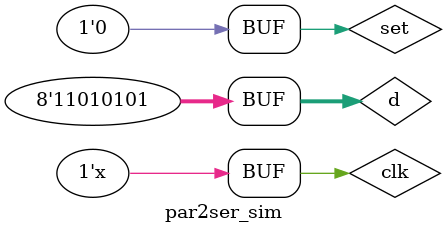
<source format=v>
`timescale 1ns / 1ps


module par2ser_sim;
    reg clk;
    wire q;
    reg set;
    reg [7:0] d;
    
    initial clk = 0;
    always #20 clk = ~clk;
    
    initial
    begin
        set = 1;    //setÎª1½«Êý¾ÝÈ«²¿¶ÁÈë£¬Îª0¿ªÊ¼²¢×ª´®
        d = 8'b11010101;
        #20 set = 0;
    end
    
    par2ser p2s(clk,set,d,q);
endmodule

</source>
